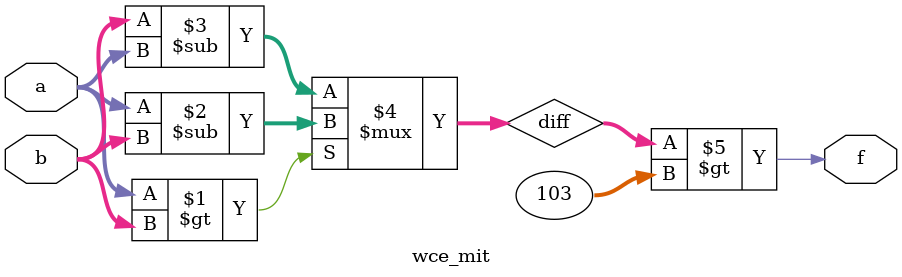
<source format=v>
module wce_mit(a, b, f);
parameter _bit = 9;
parameter wce = 103;
input [_bit - 1: 0] a;
input [_bit - 1: 0] b;
output f;
wire [_bit - 1: 0] diff;
assign diff = (a > b)? (a - b): (b - a);
assign f = (diff > wce);
endmodule

</source>
